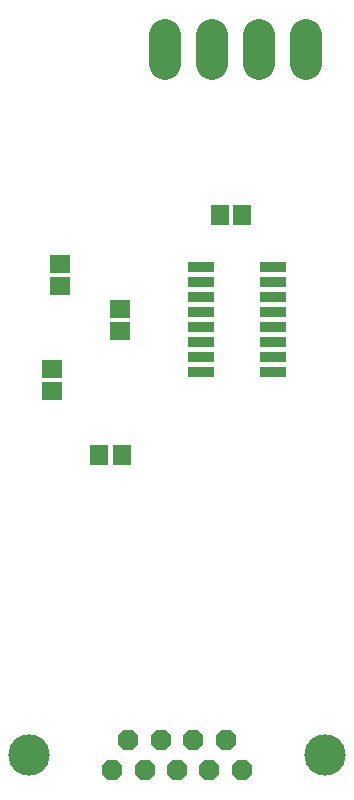
<source format=gbr>
G04 EAGLE Gerber RS-274X export*
G75*
%MOMM*%
%FSLAX34Y34*%
%LPD*%
%INSoldermask Bottom*%
%IPPOS*%
%AMOC8*
5,1,8,0,0,1.08239X$1,22.5*%
G01*
%ADD10R,1.703200X1.503200*%
%ADD11R,1.503200X1.703200*%
%ADD12P,1.869504X8X202.500000*%
%ADD13C,3.505200*%
%ADD14R,2.235200X0.863600*%
%ADD15C,2.717800*%


D10*
X326600Y593700D03*
X326600Y574700D03*
D11*
X461800Y635000D03*
X480800Y635000D03*
D10*
X377400Y555600D03*
X377400Y536600D03*
D11*
X378800Y431800D03*
X359800Y431800D03*
D10*
X319300Y504800D03*
X319300Y485800D03*
D12*
X480364Y165100D03*
X452932Y165100D03*
X425500Y165100D03*
X398068Y165100D03*
X370636Y165100D03*
X466648Y190500D03*
X439216Y190500D03*
X411784Y190500D03*
X384352Y190500D03*
D13*
X550722Y177800D03*
X300278Y177800D03*
D14*
X445566Y501650D03*
X507034Y501650D03*
X445566Y514350D03*
X445566Y527050D03*
X507034Y514350D03*
X507034Y527050D03*
X445566Y539750D03*
X507034Y539750D03*
X445566Y552450D03*
X507034Y552450D03*
X445566Y565150D03*
X445566Y577850D03*
X507034Y565150D03*
X507034Y577850D03*
X445566Y590550D03*
X507034Y590550D03*
D15*
X455188Y762427D02*
X455188Y787573D01*
X494812Y787573D02*
X494812Y762427D01*
X534436Y762427D02*
X534436Y787573D01*
X415564Y787573D02*
X415564Y762427D01*
M02*

</source>
